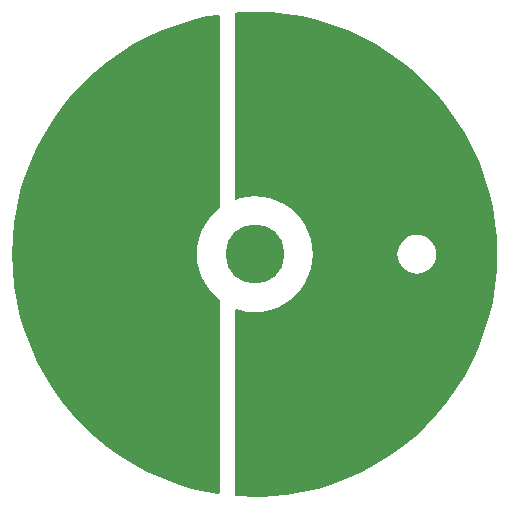
<source format=gbr>
G04 Layer_Physical_Order=1*
G04 Layer_Color=255*
%FSLAX25Y25*%
%MOIN*%
%TF.FileFunction,Copper,L1,Top,Signal*%
%TF.Part,Single*%
G01*
G75*
%TA.AperFunction,ConnectorPad*%
%ADD10C,0.31890*%
%TA.AperFunction,ConnectorPad*%
G04:AMPARAMS|DCode=11|XSize=480.31mil|YSize=433.07mil|CornerRadius=64.96mil|HoleSize=0mil|Usage=FLASHONLY|Rotation=0.000|XOffset=0mil|YOffset=0mil|HoleType=Round|Shape=RoundedRectangle|*
%AMROUNDEDRECTD11*
21,1,0.48031,0.30315,0,0,0.0*
21,1,0.35039,0.43307,0,0,0.0*
1,1,0.12992,0.17520,-0.15157*
1,1,0.12992,-0.17520,-0.15157*
1,1,0.12992,-0.17520,0.15157*
1,1,0.12992,0.17520,0.15157*
%
%ADD11ROUNDEDRECTD11*%
%TA.AperFunction,ConnectorPad*%
G04:AMPARAMS|DCode=12|XSize=472.44mil|YSize=433.07mil|CornerRadius=64.96mil|HoleSize=0mil|Usage=FLASHONLY|Rotation=120.000|XOffset=0mil|YOffset=0mil|HoleType=Round|Shape=RoundedRectangle|*
%AMROUNDEDRECTD12*
21,1,0.47244,0.30315,0,0,120.0*
21,1,0.34252,0.43307,0,0,120.0*
1,1,0.12992,0.04564,0.22410*
1,1,0.12992,0.21690,-0.07253*
1,1,0.12992,-0.04564,-0.22410*
1,1,0.12992,-0.21690,0.07253*
%
%ADD12ROUNDEDRECTD12*%
%TA.AperFunction,ConnectorPad*%
%ADD13C,0.19685*%
%TA.AperFunction,ViaPad*%
%ADD14C,0.01800*%
G36*
X382000Y473293D02*
Y409023D01*
X381963Y408998D01*
X380067Y407335D01*
X378404Y405439D01*
X377002Y403342D01*
X375887Y401080D01*
X375076Y398691D01*
X374584Y396218D01*
X374419Y393701D01*
X374584Y391184D01*
X375076Y388710D01*
X375887Y386322D01*
X377002Y384060D01*
X378404Y381963D01*
X380067Y380067D01*
X381963Y378404D01*
X382000Y378379D01*
Y314109D01*
X381619Y313785D01*
X377926Y314395D01*
X372773Y315597D01*
X367709Y317133D01*
X362757Y318996D01*
X357938Y321180D01*
X353271Y323675D01*
X348778Y326469D01*
X344477Y329551D01*
X340387Y332908D01*
X336525Y336525D01*
X332908Y340387D01*
X329551Y344477D01*
X326469Y348778D01*
X323675Y353271D01*
X321180Y357938D01*
X318996Y362757D01*
X317133Y367709D01*
X315597Y372773D01*
X314395Y377926D01*
X313533Y383147D01*
X313015Y388412D01*
X312841Y393701D01*
X313015Y398989D01*
X313533Y404255D01*
X314395Y409476D01*
X315597Y414629D01*
X317133Y419692D01*
X318996Y424644D01*
X321180Y429464D01*
X323675Y434130D01*
X326469Y438624D01*
X329551Y442925D01*
X332908Y447015D01*
X336525Y450877D01*
X340387Y454494D01*
X344477Y457851D01*
X348778Y460933D01*
X353271Y463727D01*
X357938Y466221D01*
X362757Y468405D01*
X367709Y470269D01*
X372773Y471805D01*
X377926Y473006D01*
X381619Y473616D01*
X382000Y473293D01*
D02*
G37*
G36*
X398989Y474387D02*
X404255Y473869D01*
X409476Y473006D01*
X414629Y471805D01*
X419692Y470269D01*
X424644Y468405D01*
X429464Y466221D01*
X434130Y463727D01*
X438624Y460933D01*
X442925Y457851D01*
X447015Y454494D01*
X450877Y450877D01*
X454494Y447015D01*
X457851Y442925D01*
X460933Y438624D01*
X463727Y434130D01*
X466221Y429464D01*
X468405Y424644D01*
X469351Y422130D01*
X470269Y419692D01*
X471805Y414629D01*
X473006Y409476D01*
X473869Y404255D01*
X474387Y398989D01*
X474560Y393701D01*
X474387Y388412D01*
X473869Y383147D01*
X473006Y377926D01*
X471805Y372773D01*
X470269Y367709D01*
X468405Y362757D01*
X466739Y359080D01*
X466221Y357938D01*
X463727Y353271D01*
X460933Y348778D01*
X457851Y344477D01*
X454494Y340387D01*
X450877Y336525D01*
X447015Y332908D01*
X442925Y329551D01*
X438624Y326469D01*
X434130Y323675D01*
X429464Y321180D01*
X424644Y318996D01*
X419692Y317133D01*
X414629Y315597D01*
X409476Y314395D01*
X404255Y313533D01*
X398989Y313015D01*
X397119Y312953D01*
X393701Y312841D01*
X388412Y313015D01*
X387000Y313154D01*
Y353000D01*
Y375227D01*
X387406Y375519D01*
X388710Y375076D01*
X391184Y374584D01*
X393701Y374419D01*
X396218Y374584D01*
X398691Y375076D01*
X401080Y375887D01*
X403342Y377002D01*
X405439Y378404D01*
X407335Y380067D01*
X408998Y381963D01*
X410399Y384060D01*
X411515Y386322D01*
X412325Y388710D01*
X412818Y391184D01*
X412983Y393701D01*
X412818Y396218D01*
X412325Y398691D01*
X411515Y401080D01*
X410399Y403342D01*
X408998Y405439D01*
X407335Y407335D01*
X405439Y408998D01*
X403342Y410399D01*
X401080Y411515D01*
X398691Y412325D01*
X396218Y412818D01*
X393701Y412983D01*
X391184Y412818D01*
X388710Y412325D01*
X387406Y411883D01*
X387000Y412174D01*
Y474248D01*
X388412Y474387D01*
X393701Y474560D01*
X398989Y474387D01*
D02*
G37*
%LPC*%
G36*
X447736Y400153D02*
X446477Y400029D01*
X445267Y399662D01*
X444151Y399066D01*
X443174Y398263D01*
X442371Y397286D01*
X441775Y396170D01*
X441408Y394960D01*
X441284Y393701D01*
X441408Y392442D01*
X441775Y391232D01*
X442371Y390116D01*
X443174Y389138D01*
X444151Y388336D01*
X445267Y387740D01*
X446477Y387372D01*
X447736Y387248D01*
X448995Y387372D01*
X450205Y387740D01*
X451321Y388336D01*
X452299Y389138D01*
X453101Y390116D01*
X453697Y391232D01*
X454065Y392442D01*
X454189Y393701D01*
X454065Y394960D01*
X453697Y396170D01*
X453101Y397286D01*
X452299Y398263D01*
X451321Y399066D01*
X450205Y399662D01*
X448995Y400029D01*
X447736Y400153D01*
D02*
G37*
%LPD*%
D10*
X418947Y437428D02*
D03*
D11*
X343209Y393701D02*
D03*
D12*
X418947Y349973D02*
D03*
D13*
X366683Y440497D02*
D03*
X366683Y346905D02*
D03*
X393701Y393701D02*
D03*
D14*
X351500Y356000D02*
D03*
Y354000D02*
D03*
Y352000D02*
D03*
Y350000D02*
D03*
Y348000D02*
D03*
Y346000D02*
D03*
Y344000D02*
D03*
Y342000D02*
D03*
Y340000D02*
D03*
Y338000D02*
D03*
Y336000D02*
D03*
Y334000D02*
D03*
Y332000D02*
D03*
Y330000D02*
D03*
Y328000D02*
D03*
X331000Y362500D02*
D03*
Y364500D02*
D03*
Y368500D02*
D03*
Y366500D02*
D03*
Y370500D02*
D03*
Y372500D02*
D03*
Y374500D02*
D03*
Y376500D02*
D03*
X353000Y412500D02*
D03*
X351000D02*
D03*
X349000D02*
D03*
X347000D02*
D03*
X345000D02*
D03*
X343000D02*
D03*
X341000D02*
D03*
X339000D02*
D03*
Y414500D02*
D03*
X341000D02*
D03*
X343000D02*
D03*
X345000D02*
D03*
X347000D02*
D03*
X349000D02*
D03*
X351000D02*
D03*
X353000D02*
D03*
Y416500D02*
D03*
X351000D02*
D03*
X349000D02*
D03*
X347000D02*
D03*
X345000D02*
D03*
X343000D02*
D03*
X341000D02*
D03*
X339000D02*
D03*
Y418500D02*
D03*
X341000D02*
D03*
X343000D02*
D03*
X345000D02*
D03*
X347000D02*
D03*
X349000D02*
D03*
X351000D02*
D03*
X353000D02*
D03*
Y410500D02*
D03*
X351000D02*
D03*
X349000D02*
D03*
X347000D02*
D03*
X345000D02*
D03*
X343000D02*
D03*
X341000D02*
D03*
X339000D02*
D03*
X337000D02*
D03*
Y412500D02*
D03*
Y414500D02*
D03*
Y416500D02*
D03*
Y418500D02*
D03*
X335000D02*
D03*
Y416500D02*
D03*
Y414500D02*
D03*
Y412500D02*
D03*
Y410500D02*
D03*
X333000D02*
D03*
Y412500D02*
D03*
Y414500D02*
D03*
Y416500D02*
D03*
Y418500D02*
D03*
X331000D02*
D03*
Y416500D02*
D03*
Y414500D02*
D03*
Y412500D02*
D03*
Y410500D02*
D03*
X343000Y408500D02*
D03*
X345000D02*
D03*
X341000D02*
D03*
X347000D02*
D03*
X349000D02*
D03*
X351000D02*
D03*
X353000D02*
D03*
X339000D02*
D03*
X337000D02*
D03*
X335000D02*
D03*
X333000D02*
D03*
X331000D02*
D03*
Y406500D02*
D03*
X333000D02*
D03*
X335000D02*
D03*
X337000D02*
D03*
X339000D02*
D03*
X341000D02*
D03*
X343000D02*
D03*
X345000D02*
D03*
X347000D02*
D03*
X349000D02*
D03*
X351000D02*
D03*
X353000D02*
D03*
X364500Y428500D02*
D03*
X362500D02*
D03*
X360500D02*
D03*
X358500D02*
D03*
Y430500D02*
D03*
X360500D02*
D03*
X366500Y428500D02*
D03*
X368500D02*
D03*
X356500Y430500D02*
D03*
Y428500D02*
D03*
Y432500D02*
D03*
X354500D02*
D03*
Y430500D02*
D03*
Y428500D02*
D03*
Y434500D02*
D03*
Y436500D02*
D03*
Y438500D02*
D03*
Y440500D02*
D03*
Y442500D02*
D03*
Y444500D02*
D03*
Y446500D02*
D03*
Y448500D02*
D03*
X356500D02*
D03*
Y450500D02*
D03*
X354500D02*
D03*
Y452500D02*
D03*
X356500D02*
D03*
X358500Y450500D02*
D03*
Y452500D02*
D03*
X352500D02*
D03*
Y450500D02*
D03*
Y448500D02*
D03*
Y446500D02*
D03*
Y444500D02*
D03*
Y442500D02*
D03*
Y440500D02*
D03*
Y438500D02*
D03*
Y436500D02*
D03*
Y434500D02*
D03*
Y432500D02*
D03*
Y430500D02*
D03*
Y428500D02*
D03*
X350500D02*
D03*
Y430500D02*
D03*
Y432500D02*
D03*
Y434500D02*
D03*
Y436500D02*
D03*
Y438500D02*
D03*
Y440500D02*
D03*
Y442500D02*
D03*
Y444500D02*
D03*
Y446500D02*
D03*
Y448500D02*
D03*
Y450500D02*
D03*
Y452500D02*
D03*
X348500D02*
D03*
Y450500D02*
D03*
Y448500D02*
D03*
Y446500D02*
D03*
Y444500D02*
D03*
Y442500D02*
D03*
Y440500D02*
D03*
Y438500D02*
D03*
Y436500D02*
D03*
Y434500D02*
D03*
Y432500D02*
D03*
Y430500D02*
D03*
Y428500D02*
D03*
X355500Y356000D02*
D03*
X353500D02*
D03*
X355500Y354000D02*
D03*
X353500D02*
D03*
X355500Y352000D02*
D03*
X353500D02*
D03*
X355500Y350000D02*
D03*
X353500D02*
D03*
Y348000D02*
D03*
Y346000D02*
D03*
Y344000D02*
D03*
Y342000D02*
D03*
X355500D02*
D03*
Y340000D02*
D03*
X353500D02*
D03*
Y338000D02*
D03*
X355500D02*
D03*
X357500D02*
D03*
Y336000D02*
D03*
X355500D02*
D03*
X353500D02*
D03*
Y334000D02*
D03*
X355500D02*
D03*
X357500D02*
D03*
Y332000D02*
D03*
X353500D02*
D03*
X355500D02*
D03*
X353500Y330000D02*
D03*
X355500D02*
D03*
X357500D02*
D03*
X359500D02*
D03*
Y332000D02*
D03*
Y334000D02*
D03*
X361500D02*
D03*
Y332000D02*
D03*
Y330000D02*
D03*
X363500D02*
D03*
Y332000D02*
D03*
Y334000D02*
D03*
X365500D02*
D03*
Y332000D02*
D03*
Y330000D02*
D03*
Y328000D02*
D03*
X363500D02*
D03*
X361500D02*
D03*
X359500D02*
D03*
X357500D02*
D03*
X355500D02*
D03*
X353500D02*
D03*
X363500Y326000D02*
D03*
X361500D02*
D03*
X359500D02*
D03*
X357500D02*
D03*
X355500D02*
D03*
X353500D02*
D03*
X363500Y324000D02*
D03*
X361500D02*
D03*
X359500D02*
D03*
X357500D02*
D03*
X355500D02*
D03*
X353000Y376500D02*
D03*
X351000D02*
D03*
X349000D02*
D03*
X353000Y374500D02*
D03*
X351000D02*
D03*
X349000D02*
D03*
X347000Y376500D02*
D03*
Y374500D02*
D03*
X345000D02*
D03*
Y376500D02*
D03*
X343000D02*
D03*
Y374500D02*
D03*
X341000Y376500D02*
D03*
Y374500D02*
D03*
X339000D02*
D03*
Y376500D02*
D03*
X337000D02*
D03*
Y374500D02*
D03*
X335000D02*
D03*
Y376500D02*
D03*
X333000D02*
D03*
Y374500D02*
D03*
Y372500D02*
D03*
X335000D02*
D03*
X337000D02*
D03*
X339000D02*
D03*
X341000D02*
D03*
X343000D02*
D03*
X345000D02*
D03*
X347000D02*
D03*
X349000D02*
D03*
X351000D02*
D03*
X353000D02*
D03*
Y370500D02*
D03*
X351000D02*
D03*
X349000D02*
D03*
X347000D02*
D03*
X345000D02*
D03*
X343000D02*
D03*
X341000D02*
D03*
X339000D02*
D03*
X337000D02*
D03*
X335000D02*
D03*
X333000D02*
D03*
Y368500D02*
D03*
X335000D02*
D03*
X337000D02*
D03*
D03*
X339000D02*
D03*
X341000D02*
D03*
X343000D02*
D03*
X345000D02*
D03*
X347000D02*
D03*
X349000D02*
D03*
X351000D02*
D03*
X353000D02*
D03*
Y366500D02*
D03*
X351000D02*
D03*
X349000D02*
D03*
X347000D02*
D03*
X345000D02*
D03*
X343000D02*
D03*
X341000D02*
D03*
X339000D02*
D03*
X337000D02*
D03*
X335000D02*
D03*
X333000D02*
D03*
Y364500D02*
D03*
X335000D02*
D03*
X337000D02*
D03*
X339000D02*
D03*
X341000D02*
D03*
X343000D02*
D03*
X345000D02*
D03*
X347000D02*
D03*
X349000D02*
D03*
X351000D02*
D03*
X353000D02*
D03*
Y362500D02*
D03*
X351000D02*
D03*
X349000D02*
D03*
X347000D02*
D03*
X345000D02*
D03*
X343000D02*
D03*
X341000D02*
D03*
X339000D02*
D03*
X337000D02*
D03*
X335000D02*
D03*
X333000D02*
D03*
X331000Y396000D02*
D03*
X333000D02*
D03*
X335000D02*
D03*
X337000D02*
D03*
X339000D02*
D03*
X341000D02*
D03*
X343000D02*
D03*
X345000D02*
D03*
X347000D02*
D03*
X349000D02*
D03*
X351000D02*
D03*
Y394000D02*
D03*
X349000D02*
D03*
X347000D02*
D03*
X345000D02*
D03*
X343000D02*
D03*
X341000D02*
D03*
X339000D02*
D03*
X337000D02*
D03*
X335000D02*
D03*
X333000D02*
D03*
X331000D02*
D03*
Y392000D02*
D03*
X333000D02*
D03*
X335000D02*
D03*
X337000D02*
D03*
X339000D02*
D03*
X341000D02*
D03*
X343000D02*
D03*
X345000D02*
D03*
X347000D02*
D03*
X349000D02*
D03*
X351000D02*
D03*
Y390000D02*
D03*
X349000D02*
D03*
X347000D02*
D03*
X345000D02*
D03*
X343000D02*
D03*
X341000D02*
D03*
X339000D02*
D03*
X335000D02*
D03*
X333000D02*
D03*
X331000D02*
D03*
X337000D02*
D03*
X353000Y396000D02*
D03*
Y394000D02*
D03*
Y392000D02*
D03*
Y390000D02*
D03*
%TF.MD5,EC995CD7BED4D7E0F711D9873DFAEAA8*%
M02*

</source>
